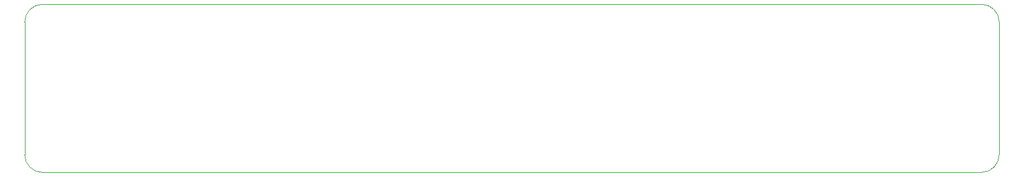
<source format=gbr>
%TF.GenerationSoftware,KiCad,Pcbnew,(6.0.1-0)*%
%TF.CreationDate,2022-02-14T10:28:34+01:00*%
%TF.ProjectId,UV_LED_stencil,55565f4c-4544-45f7-9374-656e63696c2e,V1.0*%
%TF.SameCoordinates,Original*%
%TF.FileFunction,Profile,NP*%
%FSLAX46Y46*%
G04 Gerber Fmt 4.6, Leading zero omitted, Abs format (unit mm)*
G04 Created by KiCad (PCBNEW (6.0.1-0)) date 2022-02-14 10:28:34*
%MOMM*%
%LPD*%
G01*
G04 APERTURE LIST*
%TA.AperFunction,Profile*%
%ADD10C,0.100000*%
%TD*%
G04 APERTURE END LIST*
D10*
X31115000Y-126365000D02*
X165100000Y-126365000D01*
X165100000Y-126365000D02*
G75*
G03*
X167640000Y-123825000I-1J2540001D01*
G01*
X167640000Y-123825000D02*
X167640000Y-104775000D01*
X31115000Y-102235000D02*
G75*
G03*
X28575000Y-104775000I1J-2540001D01*
G01*
X28575000Y-123825000D02*
G75*
G03*
X31115000Y-126365000I2540001J1D01*
G01*
X31115000Y-102235000D02*
X165100000Y-102235000D01*
X167640000Y-104775000D02*
G75*
G03*
X165100000Y-102235000I-2540001J-1D01*
G01*
X28575000Y-104775000D02*
X28575000Y-123825000D01*
M02*

</source>
